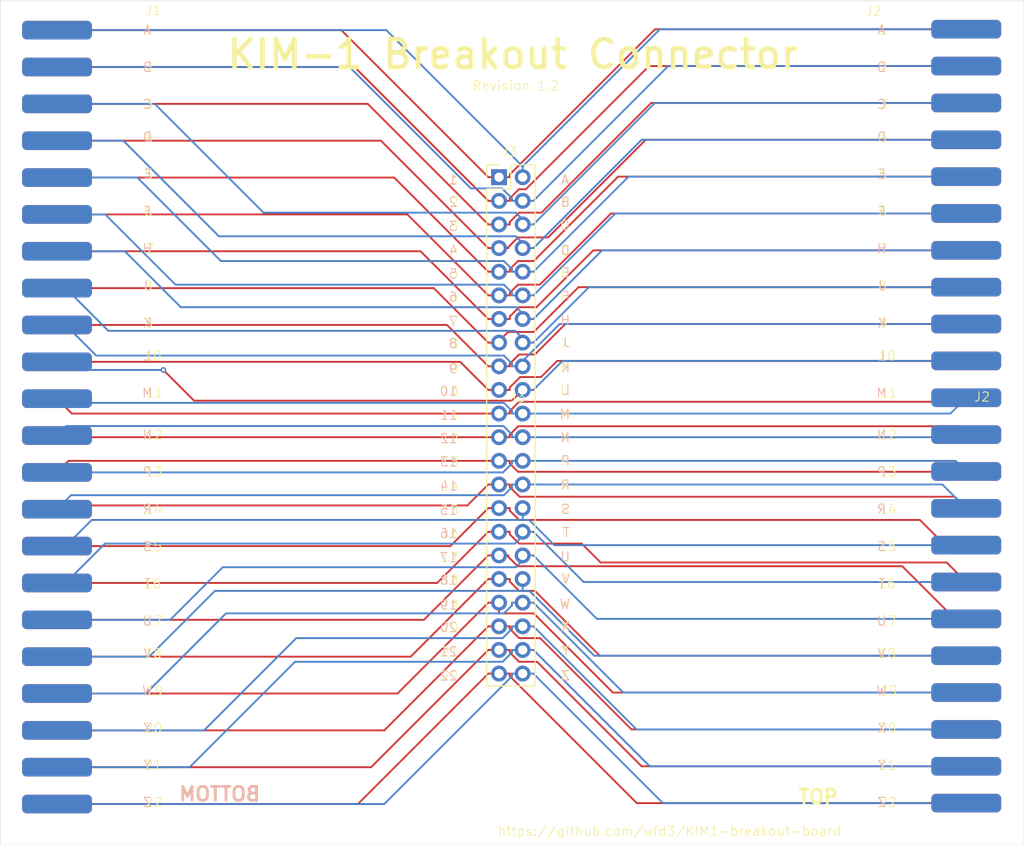
<source format=kicad_pcb>
(kicad_pcb (version 20240108) (generator "pcbnew") (generator_version "8.0")
  (title_block (title "KIM-1 Breakout Connector") (date "2024-06-01") (rev "1.3"))
  (layers (0 "F.Cu" signal) (31 "B.Cu" signal) (34 "B.Paste" user) (35 "F.Paste" user) (36 "B.SilkS" user "B.Silkscreen") (37 "F.SilkS" user "F.Silkscreen") (38 "B.Mask" user) (39 "F.Mask" user) (44 "Edge.Cuts" user))
  (net 0 "")
  (net 1 "Net-(J1-Pin_32)")
  (net 2 "Net-(J1-Pin_30)")
  (net 3 "Net-(J1-Pin_21)")
  (net 4 "Net-(J1-Pin_20)")
  (net 5 "Net-(J1-Pin_6)")
  (net 6 "Net-(J1-Pin_29)")
  (net 7 "Net-(J1-Pin_13)")
  (net 8 "Net-(J1-Pin_31)")
  (net 9 "Net-(J1-Pin_23)")
  (net 10 "Net-(J1-Pin_9)")
  (net 11 "Net-(J1-Pin_42)")
  (net 12 "Net-(J1-Pin_43)")
  (net 13 "Net-(J1-Pin_11)")
  (net 14 "Net-(J1-Pin_1)")
  (net 15 "Net-(J1-Pin_8)")
  (net 16 "Net-(J1-Pin_40)")
  (net 17 "Net-(J1-Pin_34)")
  (net 18 "Net-(J1-Pin_5)")
  (net 19 "Net-(J1-Pin_35)")
  (net 20 "Net-(J1-Pin_26)")
  (net 21 "Net-(J1-Pin_17)")
  (net 22 "Net-(J1-Pin_16)")
  (net 23 "Net-(J1-Pin_44)")
  (net 24 "Net-(J1-Pin_27)")
  (net 25 "Net-(J1-Pin_15)")
  (net 26 "Net-(J1-Pin_22)")
  (net 27 "Net-(J1-Pin_24)")
  (net 28 "Net-(J1-Pin_18)")
  (net 29 "Net-(J1-Pin_25)")
  (net 30 "Net-(J1-Pin_38)")
  (net 31 "Net-(J1-Pin_14)")
  (net 32 "Net-(J1-Pin_10)")
  (net 33 "Net-(J1-Pin_41)")
  (net 34 "Net-(J1-Pin_37)")
  (net 35 "Net-(J1-Pin_28)")
  (net 36 "Net-(J1-Pin_19)")
  (net 37 "Net-(J1-Pin_39)")
  (net 38 "Net-(J1-Pin_12)")
  (net 39 "Net-(J1-Pin_36)")
  (net 40 "Net-(J1-Pin_4)")
  (net 41 "Net-(J1-Pin_33)")
  (net 42 "Net-(J1-Pin_2)")
  (net 43 "Net-(J1-Pin_3)")
  (net 44 "Net-(J1-Pin_7)")
  (footprint "kim1_connectors:edge_connector_pcb_02x22_left" (layer "F.Cu") (at 110.3 97.5)
    (property "Reference" "J1" (hide yes))
    (property "Value" "Conn_01x44" (hide yes))
  )
  (footprint "kim1_connectors:edge_connector_pcb_02x22_right" (layer "F.Cu") (at 208 97.4)
    (property "Reference" "J2")
    (property "Value" "Conn_01x44" (hide yes))
  )
  (footprint "kim1_connectors:PinHeader_02x22_P2.54mm_Vertically_Numbered" (layer "F.Cu") (at 155.7 96.8)
    (property "Reference" "J3")
    (property "Value" "Conn_02x22_Top_Bottom")
  )
  (gr_rect (start 100.1 53.7) (end 210.1 144.4) (stroke (width 0.05)) (fill none) (layer "Edge.Cuts"))
  (gr_text "7" (at 149.3 88.7 -0) (layer "B.SilkS") (effects (font (size 1 1) (thickness 0.1)) (justify left bottom mirror)))
  (gr_text "H" (at 161.4 88.6 -0) (layer "B.SilkS") (effects (font (size 1 1) (thickness 0.1)) (justify left bottom mirror)))
  (gr_text "22" (at 149.3 126.8 0) (layer "B.SilkS") (effects (font (size 1 1) (thickness 0.1)) (justify left bottom mirror)))
  (gr_text "L" (at 161.4 96.1 -0) (layer "B.SilkS") (effects (font (size 1 1) (thickness 0.1)) (justify left bottom mirror)))
  (gr_text "4" (at 149.3 81.1 -0) (layer "B.SilkS") (effects (font (size 1 1) (thickness 0.1)) (justify left bottom mirror)))
  (gr_text "M" (at 161.4 98.7 -0) (layer "B.SilkS") (effects (font (size 1 1) (thickness 0.1)) (justify left bottom mirror)))
  (gr_text "Y" (at 161.4 124.1 -0) (layer "B.SilkS") (effects (font (size 1 1) (thickness 0.1)) (justify left bottom mirror)))
  (gr_text "F" (at 161.4 86 -0) (layer "B.SilkS") (effects (font (size 1 1) (thickness 0.1)) (justify left bottom mirror)))
  (gr_text "16" (at 149.3 111.5 -0) (layer "B.SilkS") (effects (font (size 1 1) (thickness 0.1)) (justify left bottom mirror)))
  (gr_text "5" (at 149.3 83.6 -0) (layer "B.SilkS") (effects (font (size 1 1) (thickness 0.1)) (justify left bottom mirror)))
  (gr_text "A" (at 161.3 73.5 -0) (layer "B.SilkS") (effects (font (size 1 1) (thickness 0.1)) (justify left bottom mirror)))
  (gr_text "W" (at 161.4 119.1 -0) (layer "B.SilkS") (effects (font (size 1 1) (thickness 0.1)) (justify left bottom mirror)))
  (gr_text "D" (at 161.4 81.1 0) (layer "B.SilkS") (effects (font (size 1 1) (thickness 0.1)) (justify left bottom mirror)))
  (gr_text "BOTTOM" (at 128.2 139.8 0) (layer "B.SilkS") (effects (font (size 1.5 1.5) (thickness 0.3) (bold yes)) (justify left bottom mirror)))
  (gr_text "13" (at 149.3 103.8 -0) (layer "B.SilkS") (effects (font (size 1 1) (thickness 0.1)) (justify left bottom mirror)))
  (gr_text "C" (at 161.4 78.4 -0) (layer "B.SilkS") (effects (font (size 1 1) (thickness 0.1)) (justify left bottom mirror)))
  (gr_text "B" (at 161.4 75.9 -0) (layer "B.SilkS") (effects (font (size 1 1) (thickness 0.1)) (justify left bottom mirror)))
  (gr_text "J" (at 161.4 91 -0) (layer "B.SilkS") (effects (font (size 1 1) (thickness 0.1)) (justify left bottom mirror)))
  (gr_text "19" (at 149.3 119.2 -0) (layer "B.SilkS") (effects (font (size 1 1) (thickness 0.1)) (justify left bottom mirror)))
  (gr_text "14" (at 149.3 106.4 -0) (layer "B.SilkS") (effects (font (size 1 1) (thickness 0.1)) (justify left bottom mirror)))
  (gr_text "3" (at 149.3 78.5 -0) (layer "B.SilkS") (effects (font (size 1 1) (thickness 0.1)) (justify left bottom mirror)))
  (gr_text "N" (at 161.4 101.2 -0) (layer "B.SilkS") (effects (font (size 1 1) (thickness 0.1)) (justify left bottom mirror)))
  (gr_text "8" (at 149.3 91.1 -0) (layer "B.SilkS") (effects (font (size 1 1) (thickness 0.1)) (justify left bottom mirror)))
  (gr_text "K" (at 161.4 93.7 -0) (layer "B.SilkS") (effects (font (size 1 1) (thickness 0.1)) (justify left bottom mirror)))
  (gr_text "15" (at 149.3 109 -0) (layer "B.SilkS") (effects (font (size 1 1) (thickness 0.1)) (justify left bottom mirror)))
  (gr_text "V" (at 161.4 116.4 -0) (layer "B.SilkS") (effects (font (size 1 1) (thickness 0.1)) (justify left bottom mirror)))
  (gr_text "21" (at 149.3 124.2 -0) (layer "B.SilkS") (effects (font (size 1 1) (thickness 0.1)) (justify left bottom mirror)))
  (gr_text "2\n" (at 149.3 75.9 -0) (layer "B.SilkS") (effects (font (size 1 1) (thickness 0.1)) (justify left bottom mirror)))
  (gr_text "6" (at 149.3 86.1 -0) (layer "B.SilkS") (effects (font (size 1 1) (thickness 0.1)) (justify left bottom mirror)))
  (gr_text "T" (at 161.4 111.4 -0) (layer "B.SilkS") (effects (font (size 1 1) (thickness 0.1)) (justify left bottom mirror)))
  (gr_text "1" (at 149.3 73.5 -0) (layer "B.SilkS") (effects (font (size 1 1) (thickness 0.125)) (justify left bottom mirror)))
  (gr_text "18" (at 149.3 116.5 -0) (layer "B.SilkS") (effects (font (size 1 1) (thickness 0.1)) (justify left bottom mirror)))
  (gr_text "X" (at 161.4 121.5 -0) (layer "B.SilkS") (effects (font (size 1 1) (thickness 0.1)) (justify left bottom mirror)))
  (gr_text "E" (at 161.4 83.5 -0) (layer "B.SilkS") (effects (font (size 1 1) (thickness 0.1)) (justify left bottom mirror)))
  (gr_text "S" (at 161.4 108.9 -0) (layer "B.SilkS") (effects (font (size 1 1) (thickness 0.1)) (justify left bottom mirror)))
  (gr_text "Z" (at 161.4 126.8 -0) (layer "B.SilkS") (effects (font (size 1 1) (thickness 0.1)) (justify left bottom mirror)))
  (gr_text "20" (at 149.3 121.6 -0) (layer "B.SilkS") (effects (font (size 1 1) (thickness 0.1)) (justify left bottom mirror)))
  (gr_text "R" (at 161.4 106.3 -0) (layer "B.SilkS") (effects (font (size 1 1) (thickness 0.1)) (justify left bottom mirror)))
  (gr_text "P" (at 161.4 103.7 -0) (layer "B.SilkS") (effects (font (size 1 1) (thickness 0.1)) (justify left bottom mirror)))
  (gr_text "10" (at 149.3 96.2 -0) (layer "B.SilkS") (effects (font (size 1 1) (thickness 0.1)) (justify left bottom mirror)))
  (gr_text "12" (at 149.3 101.3 -0) (layer "B.SilkS") (effects (font (size 1 1) (thickness 0.1)) (justify left bottom mirror)))
  (gr_text "U" (at 161.4 114 -0) (layer "B.SilkS") (effects (font (size 1 1) (thickness 0.1)) (justify left bottom mirror)))
  (gr_text "11" (at 149.3 98.8 -0) (layer "B.SilkS") (effects (font (size 1 1) (thickness 0.1)) (justify left bottom mirror)))
  (gr_text "9" (at 149.3 93.8 -0) (layer "B.SilkS") (effects (font (size 1 1) (thickness 0.1)) (justify left bottom mirror)))
  (gr_text "17" (at 149.3 114.1 -0) (layer "B.SilkS") (effects (font (size 1 1) (thickness 0.1)) (justify left bottom mirror)))
  (gr_text "U" (at 160.2 114 0) (layer "F.SilkS") (effects (font (size 1 1) (thickness 0.1)) (justify left bottom)))
  (gr_text "8" (at 148.352381 91.1 0) (layer "F.SilkS") (effects (font (size 1 1) (thickness 0.1)) (justify left bottom)))
  (gr_text "17" (at 147.4 114.1 0) (layer "F.SilkS") (effects (font (size 1 1) (thickness 0.1)) (justify left bottom)))
  (gr_text "KIM-1 Breakout Connector" (at 155.2 61.2 0) (layer "F.SilkS") (effects (font (size 3 3) (thickness 0.5) (bold yes)) (justify bottom)))
  (gr_text "4" (at 148.352381 81.1 0) (layer "F.SilkS") (effects (font (size 1 1) (thickness 0.1)) (justify left bottom)))
  (gr_text "B" (at 160.2 75.9 0) (layer "F.SilkS") (effects (font (size 1 1) (thickness 0.1)) (justify left bottom)))
  (gr_text "22" (at 147.4 126.8 0) (layer "F.SilkS") (effects (font (size 1 1) (thickness 0.1)) (justify left bottom)))
  (gr_text "1" (at 148.277381 73.5 0) (layer "F.SilkS") (effects (font (size 1 1) (thickness 0.125)) (justify left bottom)))
  (gr_text "Z" (at 160.2 126.8 0) (layer "F.SilkS") (effects (font (size 1 1) (thickness 0.1)) (justify left bottom)))
  (gr_text "E" (at 160.2 83.5 0) (layer "F.SilkS") (effects (font (size 1 1) (thickness 0.1)) (justify left bottom)))
  (gr_text "Revision 1.2\n\n" (at 155.5 65 0) (layer "F.SilkS") (effects (font (size 1 1) (thickness 0.1)) (justify bottom)))
  (gr_text "2\n" (at 148.352381 75.9 0) (layer "F.SilkS") (effects (font (size 1 1) (thickness 0.1)) (justify left bottom)))
  (gr_text "W" (at 160.2 119.1 0) (layer "F.SilkS") (effects (font (size 1 1) (thickness 0.1)) (justify left bottom)))
  (gr_text "S" (at 160.2 108.9 0) (layer "F.SilkS") (effects (font (size 1 1) (thickness 0.1)) (justify left bottom)))
  (gr_text "https://github.com/wfd3/KIM1-breakout-board" (at 153.5 143.5 0) (layer "F.SilkS") (effects (font (size 1 1) (thickness 0.1)) (justify left bottom)))
  (gr_text "9" (at 148.352381 93.8 0) (layer "F.SilkS") (effects (font (size 1 1) (thickness 0.1)) (justify left bottom)))
  (gr_text "P" (at 160.2 103.7 0) (layer "F.SilkS") (effects (font (size 1 1) (thickness 0.1)) (justify left bottom)))
  (gr_text "V" (at 160.2 116.4 0) (layer "F.SilkS") (effects (font (size 1 1) (thickness 0.1)) (justify left bottom)))
  (gr_text "D" (at 160.2 81.1 0) (layer "F.SilkS") (effects (font (size 1 1) (thickness 0.1)) (justify left bottom)))
  (gr_text "18" (at 147.4 116.5 0) (layer "F.SilkS") (effects (font (size 1 1) (thickness 0.1)) (justify left bottom)))
  (gr_text "10" (at 147.4 96.2 0) (layer "F.SilkS") (effects (font (size 1 1) (thickness 0.1)) (justify left bottom)))
  (gr_text "12" (at 147.4 101.3 0) (layer "F.SilkS") (effects (font (size 1 1) (thickness 0.1)) (justify left bottom)))
  (gr_text "N" (at 160.2 101.2 0) (layer "F.SilkS") (effects (font (size 1 1) (thickness 0.1)) (justify left bottom)))
  (gr_text "3" (at 148.352381 78.5 0) (layer "F.SilkS") (effects (font (size 1 1) (thickness 0.1)) (justify left bottom)))
  (gr_text "TOP" (at 185.7 140.1 0) (layer "F.SilkS") (effects (font (size 1.5 1.5) (thickness 0.3) (bold yes)) (justify left bottom)))
  (gr_text "T" (at 160.2 111.4 0) (layer "F.SilkS") (effects (font (size 1 1) (thickness 0.1)) (justify left bottom)))
  (gr_text "J1" (at 115.6 55.3 0) (layer "F.SilkS") (effects (font (size 1 1) (thickness 0.1)) (justify left bottom)))
  (gr_text "7" (at 148.352381 88.7 0) (layer "F.SilkS") (effects (font (size 1 1) (thickness 0.1)) (justify left bottom)))
  (gr_text "X" (at 160.2 121.5 0) (layer "F.SilkS") (effects (font (size 1 1) (thickness 0.1)) (justify left bottom)))
  (gr_text "L" (at 160.2 96.1 0) (layer "F.SilkS") (effects (font (size 1 1) (thickness 0.1)) (justify left bottom)))
  (gr_text "R" (at 160.2 106.3 0) (layer "F.SilkS") (effects (font (size 1 1) (thickness 0.1)) (justify left bottom)))
  (gr_text "Y" (at 160.2 124.1 0) (layer "F.SilkS") (effects (font (size 1 1) (thickness 0.1)) (justify left bottom)))
  (gr_text "H" (at 160.2 88.6 0) (layer "F.SilkS") (effects (font (size 1 1) (thickness 0.1)) (justify left bottom)))
  (gr_text "5" (at 148.352381 83.6 0) (layer "F.SilkS") (effects (font (size 1 1) (thickness 0.1)) (justify left bottom)))
  (gr_text "C" (at 160.2 78.4 0) (layer "F.SilkS") (effects (font (size 1 1) (thickness 0.1)) (justify left bottom)))
  (gr_text "14" (at 147.4 106.4 0) (layer "F.SilkS") (effects (font (size 1 1) (thickness 0.1)) (justify left bottom)))
  (gr_text "K" (at 160.2 93.7 0) (layer "F.SilkS") (effects (font (size 1 1) (thickness 0.1)) (justify left bottom)))
  (gr_text "6" (at 148.352381 86.1 0) (layer "F.SilkS") (effects (font (size 1 1) (thickness 0.1)) (justify left bottom)))
  (gr_text "21" (at 147.4 124.2 0) (layer "F.SilkS") (effects (font (size 1 1) (thickness 0.1)) (justify left bottom)))
  (gr_text "11" (at 147.4 98.8 0) (layer "F.SilkS") (effects (font (size 1 1) (thickness 0.1)) (justify left bottom)))
  (gr_text "A" (at 160.3 73.5 0) (layer "F.SilkS") (effects (font (size 1 1) (thickness 0.1)) (justify left bottom)))
  (gr_text "13" (at 147.4 103.8 0) (layer "F.SilkS") (effects (font (size 1 1) (thickness 0.1)) (justify left bottom)))
  (gr_text "J" (at 160.2 91 0) (layer "F.SilkS") (effects (font (size 1 1) (thickness 0.1)) (justify left bottom)))
  (gr_text "J3" (at 153.9 70.5 0) (layer "F.SilkS") (effects (font (size 1 1) (thickness 0.1)) (justify left bottom)))
  (gr_text "J2" (at 193 55.4 0) (layer "F.SilkS") (effects (font (size 1 1) (thickness 0.1)) (justify left bottom)))
  (gr_text "F" (at 160.2 86 0) (layer "F.SilkS") (effects (font (size 1 1) (thickness 0.1)) (justify left bottom)))
  (gr_text "19" (at 147.4 119.2 0) (layer "F.SilkS") (effects (font (size 1 1) (thickness 0.1)) (justify left bottom)))
  (gr_text "M" (at 160.2 98.7 0) (layer "F.SilkS") (effects (font (size 1 1) (thickness 0.1)) (justify left bottom)))
  (gr_text "20" (at 147.4 121.6 0) (layer "F.SilkS") (effects (font (size 1 1) (thickness 0.1)) (justify left bottom)))
  (gr_text "15" (at 147.4 109 0) (layer "F.SilkS") (effects (font (size 1 1) (thickness 0.1)) (justify left bottom)))
  (gr_text "16" (at 147.4 111.5 0) (layer "F.SilkS") (effects (font (size 1 1) (thickness 0.1)) (justify left bottom)))
  (segment (start 120.9296 96.6562) (end 117.6284 93.355) (width 0.2) (layer "F.Cu") (net 1))
  (segment (start 156.24 95.5) (end 155.0838 96.6562) (width 0.2) (layer "F.Cu") (net 1))
  (segment (start 155.0838 96.6562) (end 120.9296 96.6562) (width 0.2) (layer "F.Cu") (net 1))
  (via (at 117.6284 93.355) (size 0.6) (drill 0.3) (layers "F.Cu" "B.Cu") (net 1))
  (segment (start 157.3917 95.5) (end 160.5117 92.38) (width 0.2) (layer "B.Cu") (net 1))
  (segment (start 156.24 95.5) (end 157.3917 95.5) (width 0.2) (layer "B.Cu") (net 1))
  (segment (start 160.5117 92.38) (end 203.9 92.38) (width 0.2) (layer "B.Cu") (net 1))
  (segment (start 117.6284 93.355) (end 107.075 93.355) (width 0.2) (layer "B.Cu") (net 1))
  (segment (start 107.075 93.355) (end 106.2 92.48) (width 0.2) (layer "B.Cu") (net 1))
  (segment (start 156.7029 90.42) (end 155.4329 89.15) (width 0.2) (layer "B.Cu") (net 2))
  (segment (start 156.8159 90.42) (end 157.3917 90.42) (width 0.2) (layer "B.Cu") (net 2))
  (segment (start 107.1265 84.56) (end 106.2 84.56) (width 0.2) (layer "B.Cu") (net 2))
  (segment (start 163.3517 84.46) (end 203.9 84.46) (width 0.2) (layer "B.Cu") (net 2))
  (segment (start 111.7165 89.15) (end 107.1265 84.56) (width 0.2) (layer "B.Cu") (net 2))
  (segment (start 157.3917 90.42) (end 163.3517 84.46) (width 0.2) (layer "B.Cu") (net 2))
  (segment (start 156.8159 90.42) (end 156.7029 90.42) (width 0.2) (layer "B.Cu") (net 2))
  (segment (start 156.24 90.42) (end 156.7029 90.42) (width 0.2) (layer "B.Cu") (net 2))
  (segment (start 155.4329 89.15) (end 111.7165 89.15) (width 0.2) (layer "B.Cu") (net 2))
  (segment (start 106.2 136.04) (end 139.9483 136.04) (width 0.2) (layer "F.Cu") (net 3))
  (segment (start 203.9 135.94) (end 169.0137 135.94) (width 0.2) (layer "F.Cu") (net 3))
  (segment (start 155.8532 124.71) (end 154.8517 123.7085) (width 0.2) (layer "F.Cu") (net 3))
  (segment (start 169.0137 135.94) (end 157.7837 124.71) (width 0.2) (layer "F.Cu") (net 3))
  (segment (start 139.9483 136.04) (end 152.5483 123.44) (width 0.2) (layer "F.Cu") (net 3))
  (segment (start 153.7 123.44) (end 152.5483 123.44) (width 0.2) (layer "F.Cu") (net 3))
  (segment (start 154.8517 123.7085) (end 154.8517 123.44) (width 0.2) (layer "F.Cu") (net 3))
  (segment (start 153.7 123.44) (end 154.8517 123.44) (width 0.2) (layer "F.Cu") (net 3))
  (segment (start 157.7837 124.71) (end 155.8532 124.71) (width 0.2) (layer "F.Cu") (net 3))
  (segment (start 158.1156 122.17) (end 155.8532 122.17) (width 0.2) (layer "F.Cu") (net 4))
  (segment (start 141.3683 132.08) (end 106.2 132.08) (width 0.2) (layer "F.Cu") (net 4))
  (segment (start 153.7 120.9) (end 154.8517 120.9) (width 0.2) (layer "F.Cu") (net 4))
  (segment (start 152.5483 120.9) (end 141.3683 132.08) (width 0.2) (layer "F.Cu") (net 4))
  (segment (start 153.7 120.9) (end 152.5483 120.9) (width 0.2) (layer "F.Cu") (net 4))
  (segment (start 203.9 131.98) (end 167.9256 131.98) (width 0.2) (layer "F.Cu") (net 4))
  (segment (start 155.8532 122.17) (end 154.8517 121.1685) (width 0.2) (layer "F.Cu") (net 4))
  (segment (start 154.8517 121.1685) (end 154.8517 120.9) (width 0.2) (layer "F.Cu") (net 4))
  (segment (start 167.9256 131.98) (end 158.1156 122.17) (width 0.2) (layer "F.Cu") (net 4))
  (segment (start 143.8483 76.64) (end 152.5483 85.34) (width 0.2) (layer "F.Cu") (net 5))
  (segment (start 158.0842 84.1883) (end 165.7325 76.54) (width 0.2) (layer "F.Cu") (net 5))
  (segment (start 106.2 76.64) (end 143.8483 76.64) (width 0.2) (layer "F.Cu") (net 5))
  (segment (start 153.7 85.34) (end 154.8517 85.34) (width 0.2) (layer "F.Cu") (net 5))
  (segment (start 154.8517 85.34) (end 154.8517 85.0715) (width 0.2) (layer "F.Cu") (net 5))
  (segment (start 155.7349 84.1883) (end 158.0842 84.1883) (width 0.2) (layer "F.Cu") (net 5))
  (segment (start 153.7 85.34) (end 152.5483 85.34) (width 0.2) (layer "F.Cu") (net 5))
  (segment (start 165.7325 76.54) (end 203.9 76.54) (width 0.2) (layer "F.Cu") (net 5))
  (segment (start 154.8517 85.0715) (end 155.7349 84.1883) (width 0.2) (layer "F.Cu") (net 5))
  (segment (start 119.5036 86.61) (end 113.4936 80.6) (width 0.2) (layer "B.Cu") (net 6))
  (segment (start 203.9 80.5) (end 164.7717 80.5) (width 0.2) (layer "B.Cu") (net 6))
  (segment (start 155.5459 86.61) (end 119.5036 86.61) (width 0.2) (layer "B.Cu") (net 6))
  (segment (start 164.7717 80.5) (end 157.3917 87.88) (width 0.2) (layer "B.Cu") (net 6))
  (segment (start 113.4936 80.6) (end 106.2 80.6) (width 0.2) (layer "B.Cu") (net 6))
  (segment (start 156.8159 87.88) (end 157.3917 87.88) (width 0.2) (layer "B.Cu") (net 6))
  (segment (start 156.24 87.88) (end 156.8159 87.88) (width 0.2) (layer "B.Cu") (net 6))
  (segment (start 156.8159 87.88) (end 155.5459 86.61) (width 0.2) (layer "B.Cu") (net 6))
  (segment (start 154.8517 103.4079) (end 155.7371 104.2933) (width 0.2) (layer "F.Cu") (net 7))
  (segment (start 107.44 103.12) (end 153.7 103.12) (width 0.2) (layer "F.Cu") (net 7))
  (segment (start 106.2 104.36) (end 107.44 103.12) (width 0.2) (layer "F.Cu") (net 7))
  (segment (start 153.7 103.12) (end 154.8517 103.12) (width 0.2) (layer "F.Cu") (net 7))
  (segment (start 155.7371 104.2933) (end 203.8667 104.2933) (width 0.2) (layer "F.Cu") (net 7))
  (segment (start 154.8517 103.12) (end 154.8517 103.4079) (width 0.2) (layer "F.Cu") (net 7))
  (segment (start 203.8667 104.2933) (end 203.9 104.26) (width 0.2) (layer "F.Cu") (net 7))
  (segment (start 160.2042 88.42) (end 203.9 88.42) (width 0.2) (layer "B.Cu") (net 8))
  (segment (start 155.0883 92.96) (end 155.0883 92.672) (width 0.2) (layer "B.Cu") (net 8))
  (segment (start 110.4148 91.8083) (end 107.1265 88.52) (width 0.2) (layer "B.Cu") (net 8))
  (segment (start 107.1265 88.52) (end 106.2 88.52) (width 0.2) (layer "B.Cu") (net 8))
  (segment (start 155.6642 92.96) (end 160.2042 88.42) (width 0.2) (layer "B.Cu") (net 8))
  (segment (start 155.6642 92.96) (end 155.0883 92.96) (width 0.2) (layer "B.Cu") (net 8))
  (segment (start 156.24 92.96) (end 155.6642 92.96) (width 0.2) (layer "B.Cu") (net 8))
  (segment (start 154.2246 91.8083) (end 110.4148 91.8083) (width 0.2) (layer "B.Cu") (net 8))
  (segment (start 155.0883 92.672) (end 154.2246 91.8083) (width 0.2) (layer "B.Cu") (net 8))
  (segment (start 156.24 71.4883) (end 141.5917 56.84) (width 0.2) (layer "B.Cu") (net 9))
  (segment (start 203.9 56.74) (end 170.9883 56.74) (width 0.2) (layer "B.Cu") (net 9))
  (segment (start 141.5917 56.84) (end 106.2 56.84) (width 0.2) (layer "B.Cu") (net 9))
  (segment (start 170.9883 56.74) (end 156.24 71.4883) (width 0.2) (layer "B.Cu") (net 9))
  (segment (start 156.24 72.64) (end 156.24 71.4883) (width 0.2) (layer "B.Cu") (net 9))
  (segment (start 154.8517 92.96) (end 154.8517 92.6915) (width 0.2) (layer "F.Cu") (net 10))
  (segment (start 148.1083 88.52) (end 152.5483 92.96) (width 0.2) (layer "F.Cu") (net 10))
  (segment (start 106.2 88.52) (end 148.1083 88.52) (width 0.2) (layer "F.Cu") (net 10))
  (segment (start 154.8517 92.6915) (end 155.8532 91.69) (width 0.2) (layer "F.Cu") (net 10))
  (segment (start 155.8532 91.69) (end 157.5464 91.69) (width 0.2) (layer "F.Cu") (net 10))
  (segment (start 153.7 92.96) (end 154.8517 92.96) (width 0.2) (layer "F.Cu") (net 10))
  (segment (start 153.7 92.96) (end 152.5483 92.96) (width 0.2) (layer "F.Cu") (net 10))
  (segment (start 160.8164 88.42) (end 203.9 88.42) (width 0.2) (layer "F.Cu") (net 10))
  (segment (start 157.5464 91.69) (end 160.8164 88.42) (width 0.2) (layer "F.Cu") (net 10))
  (segment (start 154.0868 122.17) (end 155.0883 121.1685) (width 0.2) (layer "B.Cu") (net 11))
  (segment (start 156.24 120.9) (end 157.3917 120.9) (width 0.2) (layer "B.Cu") (net 11))
  (segment (start 155.0883 121.1685) (end 155.0883 120.9) (width 0.2) (layer "B.Cu") (net 11))
  (segment (start 106.2 132.08) (end 122.0025 132.08) (width 0.2) (layer "B.Cu") (net 11))
  (segment (start 157.3917 120.9) (end 168.4717 131.98) (width 0.2) (layer "B.Cu") (net 11))
  (segment (start 122.0025 132.08) (end 131.9125 122.17) (width 0.2) (layer "B.Cu") (net 11))
  (segment (start 131.9125 122.17) (end 154.0868 122.17) (width 0.2) (layer "B.Cu") (net 11))
  (segment (start 168.4717 131.98) (end 203.9 131.98) (width 0.2) (layer "B.Cu") (net 11))
  (segment (start 156.24 120.9) (end 155.0883 120.9) (width 0.2) (layer "B.Cu") (net 11))
  (segment (start 131.7839 124.71) (end 154.0868 124.71) (width 0.2) (layer "B.Cu") (net 12))
  (segment (start 203.9 135.94) (end 169.8917 135.94) (width 0.2) (layer "B.Cu") (net 12))
  (segment (start 156.24 123.44) (end 157.3917 123.44) (width 0.2) (layer "B.Cu") (net 12))
  (segment (start 155.0883 123.7085) (end 155.0883 123.44) (width 0.2) (layer "B.Cu") (net 12))
  (segment (start 106.2 136.04) (end 120.4539 136.04) (width 0.2) (layer "B.Cu") (net 12))
  (segment (start 169.8917 135.94) (end 157.3917 123.44) (width 0.2) (layer "B.Cu") (net 12))
  (segment (start 120.4539 136.04) (end 131.7839 124.71) (width 0.2) (layer "B.Cu") (net 12))
  (segment (start 154.0868 124.71) (end 155.0883 123.7085) (width 0.2) (layer "B.Cu") (net 12))
  (segment (start 156.24 123.44) (end 155.0883 123.44) (width 0.2) (layer "B.Cu") (net 12))
  (segment (start 154.8517 97.7753) (end 155.857 96.77) (width 0.2) (layer "F.Cu") (net 13))
  (segment (start 155.857 96.77) (end 203.47 96.77) (width 0.2) (layer "F.Cu") (net 13))
  (segment (start 153.7 98.04) (end 154.8517 98.04) (width 0.2) (layer "F.Cu") (net 13))
  (segment (start 203.47 96.77) (end 203.9 96.34) (width 0.2) (layer "F.Cu") (net 13))
  (segment (start 107.8 98.04) (end 153.7 98.04) (width 0.2) (layer "F.Cu") (net 13))
  (segment (start 106.2 96.44) (end 107.8 98.04) (width 0.2) (layer "F.Cu") (net 13))
  (segment (start 154.8517 98.04) (end 154.8517 97.7753) (width 0.2) (layer "F.Cu") (net 13))
  (segment (start 203.9 56.74) (end 170.4638 56.74) (width 0.2) (layer "F.Cu") (net 14))
  (segment (start 152.5483 72.64) (end 136.7483 56.84) (width 0.2) (layer "F.Cu") (net 14))
  (segment (start 170.4638 56.74) (end 154.8517 72.3521) (width 0.2) (layer "F.Cu") (net 14))
  (segment (start 153.7 72.64) (end 154.8517 72.64) (width 0.2) (layer "F.Cu") (net 14))
  (segment (start 136.7483 56.84) (end 106.2 56.84) (width 0.2) (layer "F.Cu") (net 14))
  (segment (start 153.7 72.64) (end 152.5483 72.64) (width 0.2) (layer "F.Cu") (net 14))
  (segment (start 154.8517 72.3521) (end 154.8517 72.64) (width 0.2) (layer "F.Cu") (net 14))
  (segment (start 203.9 84.46) (end 162.2343 84.46) (width 0.2) (layer "F.Cu") (net 15))
  (segment (start 162.2343 84.46) (end 157.426 89.2683) (width 0.2) (layer "F.Cu") (net 15))
  (segment (start 154.6755 89.2683) (end 153.7 90.2438) (width 0.2) (layer "F.Cu") (net 15))
  (segment (start 153.7 90.42) (end 152.5483 90.42) (width 0.2) (layer "F.Cu") (net 15))
  (segment (start 153.7 90.2438) (end 153.7 90.42) (width 0.2) (layer "F.Cu") (net 15))
  (segment (start 106.2 84.56) (end 146.6883 84.56) (width 0.2) (layer "F.Cu") (net 15))
  (segment (start 157.426 89.2683) (end 154.6755 89.2683) (width 0.2) (layer "F.Cu") (net 15))
  (segment (start 146.6883 84.56) (end 152.5483 90.42) (width 0.2) (layer "F.Cu") (net 15))
  (segment (start 123.1797 117.09) (end 156.24 117.09) (width 0.2) (layer "B.Cu") (net 16))
  (segment (start 163.9273 124.06) (end 156.9573 117.09) (width 0.2) (layer "B.Cu") (net 16))
  (segment (start 116.1097 124.16) (end 123.1797 117.09) (width 0.2) (layer "B.Cu") (net 16))
  (segment (start 156.24 115.82) (end 156.24 116.9717) (width 0.2) (layer "B.Cu") (net 16))
  (segment (start 203.9 124.06) (end 163.9273 124.06) (width 0.2) (layer "B.Cu") (net 16))
  (segment (start 156.9573 117.09) (end 156.24 117.09) (width 0.2) (layer "B.Cu") (net 16))
  (segment (start 156.24 116.9717) (end 156.24 117.09) (width 0.2) (layer "B.Cu") (net 16))
  (segment (start 106.2 124.16) (end 116.1097 124.16) (width 0.2) (layer "B.Cu") (net 16))
  (segment (start 155.0883 100.2921) (end 154.1743 99.3781) (width 0.2) (layer "B.Cu") (net 17))
  (segment (start 203.9 100.3) (end 203.62 100.58) (width 0.2) (layer "B.Cu") (net 17))
  (segment (start 156.24 100.58) (end 155.0883 100.58) (width 0.2) (layer "B.Cu") (net 17))
  (segment (start 203.62 100.58) (end 156.24 100.58) (width 0.2) (layer "B.Cu") (net 17))
  (segment (start 107.2219 99.3781) (end 106.2 100.4) (width 0.2) (layer "B.Cu") (net 17))
  (segment (start 155.0883 100.58) (end 155.0883 100.2921) (width 0.2) (layer "B.Cu") (net 17))
  (segment (start 154.1743 99.3781) (end 107.2219 99.3781) (width 0.2) (layer "B.Cu") (net 17))
  (segment (start 157.426 81.6483) (end 155.7349 81.6483) (width 0.2) (layer "F.Cu") (net 18))
  (segment (start 154.8517 82.5315) (end 154.8517 82.8) (width 0.2) (layer "F.Cu") (net 18))
  (segment (start 203.9 72.58) (end 166.4943 72.58) (width 0.2) (layer "F.Cu") (net 18))
  (segment (start 155.7349 81.6483) (end 154.8517 82.5315) (width 0.2) (layer "F.Cu") (net 18))
  (segment (start 153.7 82.8) (end 154.8517 82.8) (width 0.2) (layer "F.Cu") (net 18))
  (segment (start 166.4943 72.58) (end 157.426 81.6483) (width 0.2) (layer "F.Cu") (net 18))
  (segment (start 153.7 82.8) (end 152.5483 82.8) (width 0.2) (layer "F.Cu") (net 18))
  (segment (start 142.4283 72.68) (end 152.5483 82.8) (width 0.2) (layer "F.Cu") (net 18))
  (segment (start 106.2 72.68) (end 142.4283 72.68) (width 0.2) (layer "F.Cu") (net 18))
  (segment (start 155.0883 103.4079) (end 154.1362 104.36) (width 0.2) (layer "B.Cu") (net 19))
  (segment (start 155.0883 103.12) (end 155.0883 103.4079) (width 0.2) (layer "B.Cu") (net 19))
  (segment (start 156.24 103.12) (end 155.0883 103.12) (width 0.2) (layer "B.Cu") (net 19))
  (segment (start 203.9 104.26) (end 202.76 103.12) (width 0.2) (layer "B.Cu") (net 19))
  (segment (start 154.1362 104.36) (end 106.2 104.36) (width 0.2) (layer "B.Cu") (net 19))
  (segment (start 202.76 103.12) (end 156.24 103.12) (width 0.2) (layer "B.Cu") (net 19))
  (segment (start 155.5 78.99) (end 123.598 78.99) (width 0.2) (layer "B.Cu") (net 20))
  (segment (start 156.77 80.26) (end 155.5 78.99) (width 0.2) (layer "B.Cu") (net 20))
  (segment (start 113.328 68.72) (end 106.2 68.72) (width 0.2) (layer "B.Cu") (net 20))
  (segment (start 123.598 78.99) (end 113.328 68.72) (width 0.2) (layer "B.Cu") (net 20))
  (segment (start 156.8159 80.26) (end 156.77 80.26) (width 0.2) (layer "B.Cu") (net 20))
  (segment (start 169.0317 68.62) (end 203.9 68.62) (width 0.2) (layer "B.Cu") (net 20))
  (segment (start 157.3917 80.26) (end 169.0317 68.62) (width 0.2) (layer "B.Cu") (net 20))
  (segment (start 156.24 80.26) (end 156.77 80.26) (width 0.2) (layer "B.Cu") (net 20))
  (segment (start 156.8159 80.26) (end 157.3917 80.26) (width 0.2) (layer "B.Cu") (net 20))
  (segment (start 154.6854 113.4253) (end 155.7032 114.4431) (width 0.2) (layer "F.Cu") (net 21))
  (segment (start 197.027 114.4431) (end 202.6839 120.1) (width 0.2) (layer "F.Cu") (net 21))
  (segment (start 155.7032 114.4431) (end 197.027 114.4431) (width 0.2) (layer "F.Cu") (net 21))
  (segment (start 153.7 113.28) (end 152.5483 113.28) (width 0.2) (layer "F.Cu") (net 21))
  (segment (start 202.6839 120.1) (end 203.9 120.1) (width 0.2) (layer "F.Cu") (net 21))
  (segment (start 154.6854 113.28) (end 154.6854 113.4253) (width 0.2) (layer "F.Cu") (net 21))
  (segment (start 145.6283 120.2) (end 106.2 120.2) (width 0.2) (layer "F.Cu") (net 21))
  (segment (start 152.5483 113.28) (end 145.6283 120.2) (width 0.2) (layer "F.Cu") (net 21))
  (segment (start 153.7 113.28) (end 154.6854 113.28) (width 0.2) (layer "F.Cu") (net 21))
  (segment (start 153.7 110.74) (end 152.5483 110.74) (width 0.2) (layer "F.Cu") (net 22))
  (segment (start 164.6109 114.0414) (end 162.5795 112.01) (width 0.2) (layer "F.Cu") (net 22))
  (segment (start 153.7 110.74) (end 154.8517 110.74) (width 0.2) (layer "F.Cu") (net 22))
  (segment (start 154.8517 111.0085) (end 154.8517 110.74) (width 0.2) (layer "F.Cu") (net 22))
  (segment (start 152.5483 110.74) (end 147.0483 116.24) (width 0.2) (layer "F.Cu") (net 22))
  (segment (start 162.5795 112.01) (end 155.8532 112.01) (width 0.2) (layer "F.Cu") (net 22))
  (segment (start 155.8532 112.01) (end 154.8517 111.0085) (width 0.2) (layer "F.Cu") (net 22))
  (segment (start 147.0483 116.24) (end 106.2 116.24) (width 0.2) (layer "F.Cu") (net 22))
  (segment (start 203.9 116.14) (end 201.8014 114.0414) (width 0.2) (layer "F.Cu") (net 22))
  (segment (start 201.8014 114.0414) (end 164.6109 114.0414) (width 0.2) (layer "F.Cu") (net 22))
  (segment (start 155.6642 125.98) (end 156.24 125.98) (width 0.2) (layer "B.Cu") (net 23))
  (segment (start 155.6642 125.98) (end 155.0883 125.98) (width 0.2) (layer "B.Cu") (net 23))
  (segment (start 156.24 125.98) (end 157.3917 125.98) (width 0.2) (layer "B.Cu") (net 23))
  (segment (start 141.3562 140) (end 106.2 140) (width 0.2) (layer "B.Cu") (net 23))
  (segment (start 157.3917 125.98) (end 171.3117 139.9) (width 0.2) (layer "B.Cu") (net 23))
  (segment (start 155.0883 125.98) (end 155.0883 126.2679) (width 0.2) (layer "B.Cu") (net 23))
  (segment (start 171.3117 139.9) (end 203.9 139.9) (width 0.2) (layer "B.Cu") (net 23))
  (segment (start 155.0883 126.2679) (end 141.3562 140) (width 0.2) (layer "B.Cu") (net 23))
  (segment (start 167.6117 72.58) (end 203.9 72.58) (width 0.2) (layer "B.Cu") (net 24))
  (segment (start 155.6873 82.8) (end 156.24 82.8) (width 0.2) (layer "B.Cu") (net 24))
  (segment (start 157.3917 82.8) (end 167.6117 72.58) (width 0.2) (layer "B.Cu") (net 24))
  (segment (start 154.2246 81.6483) (end 155.0883 82.512) (width 0.2) (layer "B.Cu") (net 24))
  (segment (start 156.24 82.8) (end 157.3917 82.8) (width 0.2) (layer "B.Cu") (net 24))
  (segment (start 114.8415 72.68) (end 123.8098 81.6483) (width 0.2) (layer "B.Cu") (net 24))
  (segment (start 155.6873 82.8) (end 155.0883 82.8) (width 0.2) (layer "B.Cu") (net 24))
  (segment (start 155.0883 82.512) (end 155.0883 82.8) (width 0.2) (layer "B.Cu") (net 24))
  (segment (start 123.8098 81.6483) (end 154.2246 81.6483) (width 0.2) (layer "B.Cu") (net 24))
  (segment (start 106.2 72.68) (end 114.8415 72.68) (width 0.2) (layer "B.Cu") (net 24))
  (segment (start 153.7 108.2) (end 152.5483 108.2) (width 0.2) (layer "F.Cu") (net 25))
  (segment (start 198.9182 109.47) (end 201.6282 112.18) (width 0.2) (layer "F.Cu") (net 25))
  (segment (start 201.6282 112.18) (end 203.9 112.18) (width 0.2) (layer "F.Cu") (net 25))
  (segment (start 153.7 108.2) (end 154.8517 108.2) (width 0.2) (layer "F.Cu") (net 25))
  (segment (start 152.5483 108.2) (end 148.4683 112.28) (width 0.2) (layer "F.Cu") (net 25))
  (segment (start 148.4683 112.28) (end 106.2 112.28) (width 0.2) (layer "F.Cu") (net 25))
  (segment (start 154.8517 108.2) (end 154.8517 108.4685) (width 0.2) (layer "F.Cu") (net 25))
  (segment (start 155.8532 109.47) (end 198.9182 109.47) (width 0.2) (layer "F.Cu") (net 25))
  (segment (start 154.8517 108.4685) (end 155.8532 109.47) (width 0.2) (layer "F.Cu") (net 25))
  (segment (start 153.7 125.98) (end 154.8517 125.98) (width 0.2) (layer "F.Cu") (net 26))
  (segment (start 154.8517 126.2485) (end 154.8517 125.98) (width 0.2) (layer "F.Cu") (net 26))
  (segment (start 168.5032 139.9) (end 154.8517 126.2485) (width 0.2) (layer "F.Cu") (net 26))
  (segment (start 152.5483 125.98) (end 138.5283 140) (width 0.2) (layer "F.Cu") (net 26))
  (segment (start 203.9 139.9) (end 168.5032 139.9) (width 0.2) (layer "F.Cu") (net 26))
  (segment (start 153.7 125.98) (end 152.5483 125.98) (width 0.2) (layer "F.Cu") (net 26))
  (segment (start 138.5283 140) (end 106.2 140) (width 0.2) (layer "F.Cu") (net 26))
  (segment (start 156.24 75.18) (end 155.0883 75.18) (width 0.2) (layer "B.Cu") (net 27))
  (segment (start 150.6797 73.85) (end 154.0268 73.85) (width 0.2) (layer "B.Cu") (net 27))
  (segment (start 155.0883 74.9115) (end 155.0883 75.18) (width 0.2) (layer "B.Cu") (net 27))
  (segment (start 156.24 75.18) (end 157.3917 75.18) (width 0.2) (layer "B.Cu") (net 27))
  (segment (start 157.3917 75.18) (end 171.8717 60.7) (width 0.2) (layer "B.Cu") (net 27))
  (segment (start 171.8717 60.7) (end 203.9 60.7) (width 0.2) (layer "B.Cu") (net 27))
  (segment (start 106.2 60.8) (end 137.6297 60.8) (width 0.2) (layer "B.Cu") (net 27))
  (segment (start 137.6297 60.8) (end 150.6797 73.85) (width 0.2) (layer "B.Cu") (net 27))
  (segment (start 154.0268 73.85) (end 155.0883 74.9115) (width 0.2) (layer "B.Cu") (net 27))
  (segment (start 153.7 115.82) (end 154.8517 115.82) (width 0.2) (layer "F.Cu") (net 28))
  (segment (start 106.2 124.16) (end 144.2083 124.16) (width 0.2) (layer "F.Cu") (net 28))
  (segment (start 153.7 115.82) (end 152.5483 115.82) (width 0.2) (layer "F.Cu") (net 28))
  (segment (start 155.8532 117.09) (end 154.8517 116.0885) (width 0.2) (layer "F.Cu") (net 28))
  (segment (start 157.5464 117.09) (end 155.8532 117.09) (width 0.2) (layer "F.Cu") (net 28))
  (segment (start 203.9 124.06) (end 164.5164 124.06) (width 0.2) (layer "F.Cu") (net 28))
  (segment (start 144.2083 124.16) (end 152.5483 115.82) (width 0.2) (layer "F.Cu") (net 28))
  (segment (start 164.5164 124.06) (end 157.5464 117.09) (width 0.2) (layer "F.Cu") (net 28))
  (segment (start 154.8517 116.0885) (end 154.8517 115.82) (width 0.2) (layer "F.Cu") (net 28))
  (segment (start 156.77 77.72) (end 155.5 76.45) (width 0.2) (layer "B.Cu") (net 29))
  (segment (start 156.8159 77.72) (end 157.3917 77.72) (width 0.2) (layer "B.Cu") (net 29))
  (segment (start 116.7042 64.76) (end 106.2 64.76) (width 0.2) (layer "B.Cu") (net 29))
  (segment (start 156.24 77.72) (end 156.77 77.72) (width 0.2) (layer "B.Cu") (net 29))
  (segment (start 170.4517 64.66) (end 203.9 64.66) (width 0.2) (layer "B.Cu") (net 29))
  (segment (start 128.3942 76.45) (end 116.7042 64.76) (width 0.2) (layer "B.Cu") (net 29))
  (segment (start 155.5 76.45) (end 128.3942 76.45) (width 0.2) (layer "B.Cu") (net 29))
  (segment (start 157.3917 77.72) (end 170.4517 64.66) (width 0.2) (layer "B.Cu") (net 29))
  (segment (start 156.8159 77.72) (end 156.77 77.72) (width 0.2) (layer "B.Cu") (net 29))
  (segment (start 111.3565 112.01) (end 107.1265 116.24) (width 0.2) (layer "B.Cu") (net 30))
  (segment (start 155.4329 112.01) (end 111.3565 112.01) (width 0.2) (layer "B.Cu") (net 30))
  (segment (start 156.24 110.74) (end 156.7029 110.74) (width 0.2) (layer "B.Cu") (net 30))
  (segment (start 107.1265 116.24) (end 106.2 116.24) (width 0.2) (layer "B.Cu") (net 30))
  (segment (start 203.9 116.14) (end 162.7917 116.14) (width 0.2) (layer "B.Cu") (net 30))
  (segment (start 162.7917 116.14) (end 157.3917 110.74) (width 0.2) (layer "B.Cu") (net 30))
  (segment (start 156.7029 110.74) (end 155.4329 112.01) (width 0.2) (layer "B.Cu") (net 30))
  (segment (start 156.8159 110.74) (end 157.3917 110.74) (width 0.2) (layer "B.Cu") (net 30))
  (segment (start 156.8159 110.74) (end 156.7029 110.74) (width 0.2) (layer "B.Cu") (net 30))
  (segment (start 202.654 106.974) (end 155.8972 106.974) (width 0.2) (layer "F.Cu") (net 31))
  (segment (start 153.7 105.66) (end 154.8517 105.66) (width 0.2) (layer "F.Cu") (net 31))
  (segment (start 152.5483 105.66) (end 150.2971 107.9112) (width 0.2) (layer "F.Cu") (net 31))
  (segment (start 153.7 105.66) (end 152.5483 105.66) (width 0.2) (layer "F.Cu") (net 31))
  (segment (start 154.8517 105.9285) (end 154.8517 105.66) (width 0.2) (layer "F.Cu") (net 31))
  (segment (start 150.2971 107.9112) (end 106.6088 107.9112) (width 0.2) (layer "F.Cu") (net 31))
  (segment (start 155.8972 106.974) (end 154.8517 105.9285) (width 0.2) (layer "F.Cu") (net 31))
  (segment (start 203.9 108.22) (end 202.654 106.974) (width 0.2) (layer "F.Cu") (net 31))
  (segment (start 106.6088 107.9112) (end 106.2 108.32) (width 0.2) (layer "F.Cu") (net 31))
  (segment (start 149.5283 92.48) (end 152.5483 95.5) (width 0.2) (layer "F.Cu") (net 32))
  (segment (start 153.7 95.5) (end 152.5483 95.5) (width 0.2) (layer "F.Cu") (net 32))
  (segment (start 153.7 95.5) (end 154.8517 95.5) (width 0.2) (layer "F.Cu") (net 32))
  (segment (start 154.8517 95.2315) (end 154.8517 95.5) (width 0.2) (layer "F.Cu") (net 32))
  (segment (start 158.2103 94.1155) (end 155.9677 94.1155) (width 0.2) (layer "F.Cu") (net 32))
  (segment (start 203.9 92.38) (end 159.9458 92.38) (width 0.2) (layer "F.Cu") (net 32))
  (segment (start 155.9677 94.1155) (end 154.8517 95.2315) (width 0.2) (layer "F.Cu") (net 32))
  (segment (start 159.9458 92.38) (end 158.2103 94.1155) (width 0.2) (layer "F.Cu") (net 32))
  (segment (start 106.2 92.48) (end 149.5283 92.48) (width 0.2) (layer "F.Cu") (net 32))
  (segment (start 167.0517 128.02) (end 203.9 128.02) (width 0.2) (layer "B.Cu") (net 33))
  (segment (start 157.3917 118.36) (end 167.0517 128.02) (width 0.2) (layer "B.Cu") (net 33))
  (segment (start 106.2 128.12) (end 115.7526 128.12) (width 0.2) (layer "B.Cu") (net 33))
  (segment (start 115.7526 128.12) (end 124.3609 119.5117) (width 0.2) (layer "B.Cu") (net 33))
  (segment (start 155.0883 118.648) (end 155.0883 118.36) (width 0.2) (layer "B.Cu") (net 33))
  (segment (start 155.6873 118.36) (end 155.0883 118.36) (width 0.2) (layer "B.Cu") (net 33))
  (segment (start 155.6873 118.36) (end 156.24 118.36) (width 0.2) (layer "B.Cu") (net 33))
  (segment (start 124.3609 119.5117) (end 154.2246 119.5117) (width 0.2) (layer "B.Cu") (net 33))
  (segment (start 154.2246 119.5117) (end 155.0883 118.648) (width 0.2) (layer "B.Cu") (net 33))
  (segment (start 156.24 118.36) (end 157.3917 118.36) (width 0.2) (layer "B.Cu") (net 33))
  (segment (start 156.24 109.3517) (end 156.24 109.47) (width 0.2) (layer "B.Cu") (net 34))
  (segment (start 156.24 109.47) (end 109.9365 109.47) (width 0.2) (layer "B.Cu") (net 34))
  (segment (start 156.24 108.2) (end 156.24 109.3517) (width 0.2) (layer "B.Cu") (net 34))
  (segment (start 159.6442 112.18) (end 156.9342 109.47) (width 0.2) (layer "B.Cu") (net 34))
  (segment (start 203.9 112.18) (end 159.6442 112.18) (width 0.2) (layer "B.Cu") (net 34))
  (segment (start 109.9365 109.47) (end 107.1265 112.28) (width 0.2) (layer "B.Cu") (net 34))
  (segment (start 107.1265 112.28) (end 106.2 112.28) (width 0.2) (layer "B.Cu") (net 34))
  (segment (start 156.9342 109.47) (end 156.24 109.47) (width 0.2) (layer "B.Cu") (net 34))
  (segment (start 154.2246 84.1883) (end 118.9277 84.1883) (width 0.2) (layer "B.Cu") (net 35))
  (segment (start 155.6642 85.34) (end 156.24 85.34) (width 0.2) (layer "B.Cu") (net 35))
  (segment (start 155.0883 85.052) (end 154.2246 84.1883) (width 0.2) (layer "B.Cu") (net 35))
  (segment (start 156.24 85.34) (end 157.3917 85.34) (width 0.2) (layer "B.Cu") (net 35))
  (segment (start 155.6642 85.34) (end 155.0883 85.34) (width 0.2) (layer "B.Cu") (net 35))
  (segment (start 111.3794 76.64) (end 106.2 76.64) (width 0.2) (layer "B.Cu") (net 35))
  (segment (start 166.1917 76.54) (end 203.9 76.54) (width 0.2) (layer "B.Cu") (net 35))
  (segment (start 155.0883 85.34) (end 155.0883 85.052) (width 0.2) (layer "B.Cu") (net 35))
  (segment (start 157.3917 85.34) (end 166.1917 76.54) (width 0.2) (layer "B.Cu") (net 35))
  (segment (start 118.9277 84.1883) (end 111.3794 76.64) (width 0.2) (layer "B.Cu") (net 35))
  (segment (start 152.5483 118.36) (end 142.7883 128.12) (width 0.2) (layer "F.Cu") (net 36))
  (segment (start 153.7 118.36) (end 153.7 119.5117) (width 0.2) (layer "F.Cu") (net 36))
  (segment (start 153.7 119.5117) (end 157.426 119.5117) (width 0.2) (layer "F.Cu") (net 36))
  (segment (start 165.9343 128.02) (end 203.9 128.02) (width 0.2) (layer "F.Cu") (net 36))
  (segment (start 142.7883 128.12) (end 106.2 128.12) (width 0.2) (layer "F.Cu") (net 36))
  (segment (start 153.7 118.36) (end 152.5483 118.36) (width 0.2) (layer "F.Cu") (net 36))
  (segment (start 157.426 119.5117) (end 165.9343 128.02) (width 0.2) (layer "F.Cu") (net 36))
  (segment (start 156.77 113.28) (end 155.5 114.55) (width 0.2) (layer "B.Cu") (net 37))
  (segment (start 124.0135 114.55) (end 118.3635 120.2) (width 0.2) (layer "B.Cu") (net 37))
  (segment (start 118.3635 120.2) (end 106.2 120.2) (width 0.2) (layer "B.Cu") (net 37))
  (segment (start 157.3917 113.28) (end 164.2117 120.1) (width 0.2) (layer "B.Cu") (net 37))
  (segment (start 155.5 114.55) (end 124.0135 114.55) (width 0.2) (layer "B.Cu") (net 37))
  (segment (start 164.2117 120.1) (end 203.9 120.1) (width 0.2) (layer "B.Cu") (net 37))
  (segment (start 156.24 113.28) (end 156.77 113.28) (width 0.2) (layer "B.Cu") (net 37))
  (segment (start 156.8159 113.28) (end 156.77 113.28) (width 0.2) (layer "B.Cu") (net 37))
  (segment (start 156.8159 113.28) (end 157.3917 113.28) (width 0.2) (layer "B.Cu") (net 37))
  (segment (start 153.7 100.58) (end 106.38 100.58) (width 0.2) (layer "F.Cu") (net 38))
  (segment (start 155.7623 99.4009) (end 154.8517 100.3115) (width 0.2) (layer "F.Cu") (net 38))
  (segment (start 106.38 100.58) (end 106.2 100.4) (width 0.2) (layer "F.Cu") (net 38))
  (segment (start 154.8517 100.3115) (end 154.8517 100.58) (width 0.2) (layer "F.Cu") (net 38))
  (segment (start 153.7 100.58) (end 154.8517 100.58) (width 0.2) (layer "F.Cu") (net 38))
  (segment (start 203.0009 99.4009) (end 155.7623 99.4009) (width 0.2) (layer "F.Cu") (net 38))
  (segment (start 203.9 100.3) (end 203.0009 99.4009) (width 0.2) (layer "F.Cu") (net 38))
  (segment (start 155.0883 105.948) (end 154.2246 106.8117) (width 0.2) (layer "B.Cu") (net 39))
  (segment (start 107.7083 106.8117) (end 106.2 108.32) (width 0.2) (layer "B.Cu") (net 39))
  (segment (start 155.0883 105.66) (end 155.0883 105.948) (width 0.2) (layer "B.Cu") (net 39))
  (segment (start 156.24 105.66) (end 155.0883 105.66) (width 0.2) (layer "B.Cu") (net 39))
  (segment (start 154.2246 106.8117) (end 107.7083 106.8117) (width 0.2) (layer "B.Cu") (net 39))
  (segment (start 203.9 108.22) (end 201.34 105.66) (width 0.2) (layer "B.Cu") (net 39))
  (segment (start 201.34 105.66) (end 156.24 105.66) (width 0.2) (layer "B.Cu") (net 39))
  (segment (start 154.2759 80.26) (end 154.6854 80.26) (width 0.2) (layer "F.Cu") (net 40))
  (segment (start 154.6854 80.1656) (end 154.6854 80.26) (width 0.2) (layer "F.Cu") (net 40))
  (segment (start 153.7 80.26) (end 152.5483 80.26) (width 0.2) (layer "F.Cu") (net 40))
  (segment (start 155.7427 79.1083) (end 154.6854 80.1656) (width 0.2) (layer "F.Cu") (net 40))
  (segment (start 154.2759 80.26) (end 153.7 80.26) (width 0.2) (layer "F.Cu") (net 40))
  (segment (start 141.0083 68.72) (end 106.2 68.72) (width 0.2) (layer "F.Cu") (net 40))
  (segment (start 169.464 68.62) (end 158.9757 79.1083) (width 0.2) (layer "F.Cu") (net 40))
  (segment (start 152.5483 80.26) (end 141.0083 68.72) (width 0.2) (layer "F.Cu") (net 40))
  (segment (start 158.9757 79.1083) (end 155.7427 79.1083) (width 0.2) (layer "F.Cu") (net 40))
  (segment (start 203.9 68.62) (end 169.464 68.62) (width 0.2) (layer "F.Cu") (net 40))
  (segment (start 203.9 96.34) (end 202.2 98.04) (width 0.2) (layer "B.Cu") (net 41))
  (segment (start 156.24 98.04) (end 155.0883 98.04) (width 0.2) (layer "B.Cu") (net 41))
  (segment (start 106.6483 96.8883) (end 106.2 96.44) (width 0.2) (layer "B.Cu") (net 41))
  (segment (start 155.0883 98.04) (end 155.0883 97.752) (width 0.2) (layer "B.Cu") (net 41))
  (segment (start 154.2246 96.8883) (end 106.6483 96.8883) (width 0.2) (layer "B.Cu") (net 41))
  (segment (start 155.0883 97.752) (end 154.2246 96.8883) (width 0.2) (layer "B.Cu") (net 41))
  (segment (start 202.2 98.04) (end 156.24 98.04) (width 0.2) (layer "B.Cu") (net 41))
  (segment (start 155.8301 73.9331) (end 156.5778 73.9331) (width 0.2) (layer "F.Cu") (net 42))
  (segment (start 169.8109 60.7) (end 203.9 60.7) (width 0.2) (layer "F.Cu") (net 42))
  (segment (start 138.1683 60.8) (end 152.5483 75.18) (width 0.2) (layer "F.Cu") (net 42))
  (segment (start 153.7 75.18) (end 152.5483 75.18) (width 0.2) (layer "F.Cu") (net 42))
  (segment (start 153.7 75.18) (end 154.8517 75.18) (width 0.2) (layer "F.Cu") (net 42))
  (segment (start 154.8517 75.18) (end 154.8517 74.9115) (width 0.2) (layer "F.Cu") (net 42))
  (segment (start 156.5778 73.9331) (end 169.8109 60.7) (width 0.2) (layer "F.Cu") (net 42))
  (segment (start 154.8517 74.9115) (end 155.8301 73.9331) (width 0.2) (layer "F.Cu") (net 42))
  (segment (start 106.2 60.8) (end 138.1683 60.8) (width 0.2) (layer "F.Cu") (net 42))
  (segment (start 203.9 64.66) (end 170.0497 64.66) (width 0.2) (layer "F.Cu") (net 43))
  (segment (start 155.8532 76.45) (end 154.8517 77.4515) (width 0.2) (layer "F.Cu") (net 43))
  (segment (start 153.7 77.72) (end 154.8517 77.72) (width 0.2) (layer "F.Cu") (net 43))
  (segment (start 152.5483 77.72) (end 139.5883 64.76) (width 0.2) (layer "F.Cu") (net 43))
  (segment (start 154.8517 77.4515) (end 154.8517 77.72) (width 0.2) (layer "F.Cu") (net 43))
  (segment (start 170.0497 64.66) (end 158.2597 76.45) (width 0.2) (layer "F.Cu") (net 43))
  (segment (start 139.5883 64.76) (end 106.2 64.76) (width 0.2) (layer "F.Cu") (net 43))
  (segment (start 158.2597 76.45) (end 155.8532 76.45) (width 0.2) (layer "F.Cu") (net 43))
  (segment (start 153.7 77.72) (end 152.5483 77.72) (width 0.2) (layer "F.Cu") (net 43))
  (segment (start 157.7223 86.61) (end 163.8323 80.5) (width 0.2) (layer "F.Cu") (net 44))
  (segment (start 163.8323 80.5) (end 203.9 80.5) (width 0.2) (layer "F.Cu") (net 44))
  (segment (start 145.2683 80.6) (end 152.5483 87.88) (width 0.2) (layer "F.Cu") (net 44))
  (segment (start 106.2 80.6) (end 145.2683 80.6) (width 0.2) (layer "F.Cu") (net 44))
  (segment (start 154.8517 87.88) (end 154.8517 87.6115) (width 0.2) (layer "F.Cu") (net 44))
  (segment (start 155.8532 86.61) (end 157.7223 86.61) (width 0.2) (layer "F.Cu") (net 44))
  (segment (start 154.8517 87.6115) (end 155.8532 86.61) (width 0.2) (layer "F.Cu") (net 44))
  (segment (start 153.7 87.88) (end 154.8517 87.88) (width 0.2) (layer "F.Cu") (net 44))
  (segment (start 153.7 87.88) (end 152.5483 87.88) (width 0.2) (layer "F.Cu") (net 44))
)
</source>
